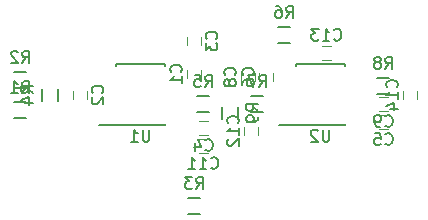
<source format=gbo>
G04 #@! TF.FileFunction,Legend,Bot*
%FSLAX46Y46*%
G04 Gerber Fmt 4.6, Leading zero omitted, Abs format (unit mm)*
G04 Created by KiCad (PCBNEW 4.0.7) date Thu May  3 16:22:41 2018*
%MOMM*%
%LPD*%
G01*
G04 APERTURE LIST*
%ADD10C,0.100000*%
%ADD11C,0.120000*%
%ADD12C,0.150000*%
G04 APERTURE END LIST*
D10*
D11*
X80172000Y-63912000D02*
X80172000Y-64612000D01*
X81372000Y-64612000D02*
X81372000Y-63912000D01*
X71720000Y-66390000D02*
X71720000Y-65690000D01*
X70520000Y-65690000D02*
X70520000Y-66390000D01*
X81372000Y-61818000D02*
X81372000Y-61118000D01*
X80172000Y-61118000D02*
X80172000Y-61818000D01*
X81184000Y-69434000D02*
X81884000Y-69434000D01*
X81884000Y-68234000D02*
X81184000Y-68234000D01*
X96424000Y-68926000D02*
X97124000Y-68926000D01*
X97124000Y-67726000D02*
X96424000Y-67726000D01*
X86268000Y-64166000D02*
X86268000Y-64866000D01*
X87468000Y-64866000D02*
X87468000Y-64166000D01*
X84744000Y-64166000D02*
X84744000Y-64866000D01*
X85944000Y-64866000D02*
X85944000Y-64166000D01*
X96424000Y-67402000D02*
X97124000Y-67402000D01*
X97124000Y-66202000D02*
X96424000Y-66202000D01*
X81184000Y-70958000D02*
X81884000Y-70958000D01*
X81884000Y-69758000D02*
X81184000Y-69758000D01*
X84998000Y-68738000D02*
X84998000Y-69438000D01*
X86198000Y-69438000D02*
X86198000Y-68738000D01*
X92298000Y-61884000D02*
X91598000Y-61884000D01*
X91598000Y-63084000D02*
X92298000Y-63084000D01*
X98460000Y-65690000D02*
X98460000Y-66390000D01*
X99660000Y-66390000D02*
X99660000Y-65690000D01*
D12*
X65540000Y-67985000D02*
X66540000Y-67985000D01*
X66540000Y-66635000D02*
X65540000Y-66635000D01*
X65540000Y-65445000D02*
X66540000Y-65445000D01*
X66540000Y-64095000D02*
X65540000Y-64095000D01*
X80272000Y-76113000D02*
X81272000Y-76113000D01*
X81272000Y-74763000D02*
X80272000Y-74763000D01*
X69255000Y-66540000D02*
X69255000Y-65540000D01*
X67905000Y-65540000D02*
X67905000Y-66540000D01*
X81034000Y-67477000D02*
X82034000Y-67477000D01*
X82034000Y-66127000D02*
X81034000Y-66127000D01*
X87892000Y-61635000D02*
X88892000Y-61635000D01*
X88892000Y-60285000D02*
X87892000Y-60285000D01*
X85606000Y-67477000D02*
X86606000Y-67477000D01*
X86606000Y-66127000D02*
X85606000Y-66127000D01*
X96274000Y-65953000D02*
X97274000Y-65953000D01*
X97274000Y-64603000D02*
X96274000Y-64603000D01*
X74125000Y-68615000D02*
X74125000Y-68565000D01*
X78275000Y-68615000D02*
X78275000Y-68470000D01*
X78275000Y-63465000D02*
X78275000Y-63610000D01*
X74125000Y-63465000D02*
X74125000Y-63610000D01*
X74125000Y-68615000D02*
X78275000Y-68615000D01*
X74125000Y-63465000D02*
X78275000Y-63465000D01*
X74125000Y-68565000D02*
X72725000Y-68565000D01*
X89365000Y-68615000D02*
X89365000Y-68565000D01*
X93515000Y-68615000D02*
X93515000Y-68470000D01*
X93515000Y-63465000D02*
X93515000Y-63610000D01*
X89365000Y-63465000D02*
X89365000Y-63610000D01*
X89365000Y-68615000D02*
X93515000Y-68615000D01*
X89365000Y-63465000D02*
X93515000Y-63465000D01*
X89365000Y-68565000D02*
X87965000Y-68565000D01*
X83145000Y-67064000D02*
X83145000Y-68064000D01*
X84495000Y-68064000D02*
X84495000Y-67064000D01*
X79629143Y-64095334D02*
X79676762Y-64047715D01*
X79724381Y-63904858D01*
X79724381Y-63809620D01*
X79676762Y-63666762D01*
X79581524Y-63571524D01*
X79486286Y-63523905D01*
X79295810Y-63476286D01*
X79152952Y-63476286D01*
X78962476Y-63523905D01*
X78867238Y-63571524D01*
X78772000Y-63666762D01*
X78724381Y-63809620D01*
X78724381Y-63904858D01*
X78772000Y-64047715D01*
X78819619Y-64095334D01*
X79724381Y-65047715D02*
X79724381Y-64476286D01*
X79724381Y-64762000D02*
X78724381Y-64762000D01*
X78867238Y-64666762D01*
X78962476Y-64571524D01*
X79010095Y-64476286D01*
X72977143Y-65873334D02*
X73024762Y-65825715D01*
X73072381Y-65682858D01*
X73072381Y-65587620D01*
X73024762Y-65444762D01*
X72929524Y-65349524D01*
X72834286Y-65301905D01*
X72643810Y-65254286D01*
X72500952Y-65254286D01*
X72310476Y-65301905D01*
X72215238Y-65349524D01*
X72120000Y-65444762D01*
X72072381Y-65587620D01*
X72072381Y-65682858D01*
X72120000Y-65825715D01*
X72167619Y-65873334D01*
X72167619Y-66254286D02*
X72120000Y-66301905D01*
X72072381Y-66397143D01*
X72072381Y-66635239D01*
X72120000Y-66730477D01*
X72167619Y-66778096D01*
X72262857Y-66825715D01*
X72358095Y-66825715D01*
X72500952Y-66778096D01*
X73072381Y-66206667D01*
X73072381Y-66825715D01*
X82629143Y-61301334D02*
X82676762Y-61253715D01*
X82724381Y-61110858D01*
X82724381Y-61015620D01*
X82676762Y-60872762D01*
X82581524Y-60777524D01*
X82486286Y-60729905D01*
X82295810Y-60682286D01*
X82152952Y-60682286D01*
X81962476Y-60729905D01*
X81867238Y-60777524D01*
X81772000Y-60872762D01*
X81724381Y-61015620D01*
X81724381Y-61110858D01*
X81772000Y-61253715D01*
X81819619Y-61301334D01*
X81724381Y-61634667D02*
X81724381Y-62253715D01*
X82105333Y-61920381D01*
X82105333Y-62063239D01*
X82152952Y-62158477D01*
X82200571Y-62206096D01*
X82295810Y-62253715D01*
X82533905Y-62253715D01*
X82629143Y-62206096D01*
X82676762Y-62158477D01*
X82724381Y-62063239D01*
X82724381Y-61777524D01*
X82676762Y-61682286D01*
X82629143Y-61634667D01*
X81700666Y-70691143D02*
X81748285Y-70738762D01*
X81891142Y-70786381D01*
X81986380Y-70786381D01*
X82129238Y-70738762D01*
X82224476Y-70643524D01*
X82272095Y-70548286D01*
X82319714Y-70357810D01*
X82319714Y-70214952D01*
X82272095Y-70024476D01*
X82224476Y-69929238D01*
X82129238Y-69834000D01*
X81986380Y-69786381D01*
X81891142Y-69786381D01*
X81748285Y-69834000D01*
X81700666Y-69881619D01*
X80843523Y-70119714D02*
X80843523Y-70786381D01*
X81081619Y-69738762D02*
X81319714Y-70453048D01*
X80700666Y-70453048D01*
X96940666Y-70183143D02*
X96988285Y-70230762D01*
X97131142Y-70278381D01*
X97226380Y-70278381D01*
X97369238Y-70230762D01*
X97464476Y-70135524D01*
X97512095Y-70040286D01*
X97559714Y-69849810D01*
X97559714Y-69706952D01*
X97512095Y-69516476D01*
X97464476Y-69421238D01*
X97369238Y-69326000D01*
X97226380Y-69278381D01*
X97131142Y-69278381D01*
X96988285Y-69326000D01*
X96940666Y-69373619D01*
X96035904Y-69278381D02*
X96512095Y-69278381D01*
X96559714Y-69754571D01*
X96512095Y-69706952D01*
X96416857Y-69659333D01*
X96178761Y-69659333D01*
X96083523Y-69706952D01*
X96035904Y-69754571D01*
X95988285Y-69849810D01*
X95988285Y-70087905D01*
X96035904Y-70183143D01*
X96083523Y-70230762D01*
X96178761Y-70278381D01*
X96416857Y-70278381D01*
X96512095Y-70230762D01*
X96559714Y-70183143D01*
X85725143Y-64349334D02*
X85772762Y-64301715D01*
X85820381Y-64158858D01*
X85820381Y-64063620D01*
X85772762Y-63920762D01*
X85677524Y-63825524D01*
X85582286Y-63777905D01*
X85391810Y-63730286D01*
X85248952Y-63730286D01*
X85058476Y-63777905D01*
X84963238Y-63825524D01*
X84868000Y-63920762D01*
X84820381Y-64063620D01*
X84820381Y-64158858D01*
X84868000Y-64301715D01*
X84915619Y-64349334D01*
X84820381Y-65206477D02*
X84820381Y-65016000D01*
X84868000Y-64920762D01*
X84915619Y-64873143D01*
X85058476Y-64777905D01*
X85248952Y-64730286D01*
X85629905Y-64730286D01*
X85725143Y-64777905D01*
X85772762Y-64825524D01*
X85820381Y-64920762D01*
X85820381Y-65111239D01*
X85772762Y-65206477D01*
X85725143Y-65254096D01*
X85629905Y-65301715D01*
X85391810Y-65301715D01*
X85296571Y-65254096D01*
X85248952Y-65206477D01*
X85201333Y-65111239D01*
X85201333Y-64920762D01*
X85248952Y-64825524D01*
X85296571Y-64777905D01*
X85391810Y-64730286D01*
X84201143Y-64349334D02*
X84248762Y-64301715D01*
X84296381Y-64158858D01*
X84296381Y-64063620D01*
X84248762Y-63920762D01*
X84153524Y-63825524D01*
X84058286Y-63777905D01*
X83867810Y-63730286D01*
X83724952Y-63730286D01*
X83534476Y-63777905D01*
X83439238Y-63825524D01*
X83344000Y-63920762D01*
X83296381Y-64063620D01*
X83296381Y-64158858D01*
X83344000Y-64301715D01*
X83391619Y-64349334D01*
X83724952Y-64920762D02*
X83677333Y-64825524D01*
X83629714Y-64777905D01*
X83534476Y-64730286D01*
X83486857Y-64730286D01*
X83391619Y-64777905D01*
X83344000Y-64825524D01*
X83296381Y-64920762D01*
X83296381Y-65111239D01*
X83344000Y-65206477D01*
X83391619Y-65254096D01*
X83486857Y-65301715D01*
X83534476Y-65301715D01*
X83629714Y-65254096D01*
X83677333Y-65206477D01*
X83724952Y-65111239D01*
X83724952Y-64920762D01*
X83772571Y-64825524D01*
X83820190Y-64777905D01*
X83915429Y-64730286D01*
X84105905Y-64730286D01*
X84201143Y-64777905D01*
X84248762Y-64825524D01*
X84296381Y-64920762D01*
X84296381Y-65111239D01*
X84248762Y-65206477D01*
X84201143Y-65254096D01*
X84105905Y-65301715D01*
X83915429Y-65301715D01*
X83820190Y-65254096D01*
X83772571Y-65206477D01*
X83724952Y-65111239D01*
X96940666Y-68659143D02*
X96988285Y-68706762D01*
X97131142Y-68754381D01*
X97226380Y-68754381D01*
X97369238Y-68706762D01*
X97464476Y-68611524D01*
X97512095Y-68516286D01*
X97559714Y-68325810D01*
X97559714Y-68182952D01*
X97512095Y-67992476D01*
X97464476Y-67897238D01*
X97369238Y-67802000D01*
X97226380Y-67754381D01*
X97131142Y-67754381D01*
X96988285Y-67802000D01*
X96940666Y-67849619D01*
X96464476Y-68754381D02*
X96274000Y-68754381D01*
X96178761Y-68706762D01*
X96131142Y-68659143D01*
X96035904Y-68516286D01*
X95988285Y-68325810D01*
X95988285Y-67944857D01*
X96035904Y-67849619D01*
X96083523Y-67802000D01*
X96178761Y-67754381D01*
X96369238Y-67754381D01*
X96464476Y-67802000D01*
X96512095Y-67849619D01*
X96559714Y-67944857D01*
X96559714Y-68182952D01*
X96512095Y-68278190D01*
X96464476Y-68325810D01*
X96369238Y-68373429D01*
X96178761Y-68373429D01*
X96083523Y-68325810D01*
X96035904Y-68278190D01*
X95988285Y-68182952D01*
X82176857Y-72215143D02*
X82224476Y-72262762D01*
X82367333Y-72310381D01*
X82462571Y-72310381D01*
X82605429Y-72262762D01*
X82700667Y-72167524D01*
X82748286Y-72072286D01*
X82795905Y-71881810D01*
X82795905Y-71738952D01*
X82748286Y-71548476D01*
X82700667Y-71453238D01*
X82605429Y-71358000D01*
X82462571Y-71310381D01*
X82367333Y-71310381D01*
X82224476Y-71358000D01*
X82176857Y-71405619D01*
X81224476Y-72310381D02*
X81795905Y-72310381D01*
X81510191Y-72310381D02*
X81510191Y-71310381D01*
X81605429Y-71453238D01*
X81700667Y-71548476D01*
X81795905Y-71596095D01*
X80272095Y-72310381D02*
X80843524Y-72310381D01*
X80557810Y-72310381D02*
X80557810Y-71310381D01*
X80653048Y-71453238D01*
X80748286Y-71548476D01*
X80843524Y-71596095D01*
X84455143Y-68445143D02*
X84502762Y-68397524D01*
X84550381Y-68254667D01*
X84550381Y-68159429D01*
X84502762Y-68016571D01*
X84407524Y-67921333D01*
X84312286Y-67873714D01*
X84121810Y-67826095D01*
X83978952Y-67826095D01*
X83788476Y-67873714D01*
X83693238Y-67921333D01*
X83598000Y-68016571D01*
X83550381Y-68159429D01*
X83550381Y-68254667D01*
X83598000Y-68397524D01*
X83645619Y-68445143D01*
X84550381Y-69397524D02*
X84550381Y-68826095D01*
X84550381Y-69111809D02*
X83550381Y-69111809D01*
X83693238Y-69016571D01*
X83788476Y-68921333D01*
X83836095Y-68826095D01*
X83645619Y-69778476D02*
X83598000Y-69826095D01*
X83550381Y-69921333D01*
X83550381Y-70159429D01*
X83598000Y-70254667D01*
X83645619Y-70302286D01*
X83740857Y-70349905D01*
X83836095Y-70349905D01*
X83978952Y-70302286D01*
X84550381Y-69730857D01*
X84550381Y-70349905D01*
X92590857Y-61341143D02*
X92638476Y-61388762D01*
X92781333Y-61436381D01*
X92876571Y-61436381D01*
X93019429Y-61388762D01*
X93114667Y-61293524D01*
X93162286Y-61198286D01*
X93209905Y-61007810D01*
X93209905Y-60864952D01*
X93162286Y-60674476D01*
X93114667Y-60579238D01*
X93019429Y-60484000D01*
X92876571Y-60436381D01*
X92781333Y-60436381D01*
X92638476Y-60484000D01*
X92590857Y-60531619D01*
X91638476Y-61436381D02*
X92209905Y-61436381D01*
X91924191Y-61436381D02*
X91924191Y-60436381D01*
X92019429Y-60579238D01*
X92114667Y-60674476D01*
X92209905Y-60722095D01*
X91305143Y-60436381D02*
X90686095Y-60436381D01*
X91019429Y-60817333D01*
X90876571Y-60817333D01*
X90781333Y-60864952D01*
X90733714Y-60912571D01*
X90686095Y-61007810D01*
X90686095Y-61245905D01*
X90733714Y-61341143D01*
X90781333Y-61388762D01*
X90876571Y-61436381D01*
X91162286Y-61436381D01*
X91257524Y-61388762D01*
X91305143Y-61341143D01*
X97917143Y-65397143D02*
X97964762Y-65349524D01*
X98012381Y-65206667D01*
X98012381Y-65111429D01*
X97964762Y-64968571D01*
X97869524Y-64873333D01*
X97774286Y-64825714D01*
X97583810Y-64778095D01*
X97440952Y-64778095D01*
X97250476Y-64825714D01*
X97155238Y-64873333D01*
X97060000Y-64968571D01*
X97012381Y-65111429D01*
X97012381Y-65206667D01*
X97060000Y-65349524D01*
X97107619Y-65397143D01*
X98012381Y-66349524D02*
X98012381Y-65778095D01*
X98012381Y-66063809D02*
X97012381Y-66063809D01*
X97155238Y-65968571D01*
X97250476Y-65873333D01*
X97298095Y-65778095D01*
X97345714Y-67206667D02*
X98012381Y-67206667D01*
X96964762Y-66968571D02*
X97679048Y-66730476D01*
X97679048Y-67349524D01*
X66206666Y-65862381D02*
X66540000Y-65386190D01*
X66778095Y-65862381D02*
X66778095Y-64862381D01*
X66397142Y-64862381D01*
X66301904Y-64910000D01*
X66254285Y-64957619D01*
X66206666Y-65052857D01*
X66206666Y-65195714D01*
X66254285Y-65290952D01*
X66301904Y-65338571D01*
X66397142Y-65386190D01*
X66778095Y-65386190D01*
X65254285Y-65862381D02*
X65825714Y-65862381D01*
X65540000Y-65862381D02*
X65540000Y-64862381D01*
X65635238Y-65005238D01*
X65730476Y-65100476D01*
X65825714Y-65148095D01*
X66206666Y-63322381D02*
X66540000Y-62846190D01*
X66778095Y-63322381D02*
X66778095Y-62322381D01*
X66397142Y-62322381D01*
X66301904Y-62370000D01*
X66254285Y-62417619D01*
X66206666Y-62512857D01*
X66206666Y-62655714D01*
X66254285Y-62750952D01*
X66301904Y-62798571D01*
X66397142Y-62846190D01*
X66778095Y-62846190D01*
X65825714Y-62417619D02*
X65778095Y-62370000D01*
X65682857Y-62322381D01*
X65444761Y-62322381D01*
X65349523Y-62370000D01*
X65301904Y-62417619D01*
X65254285Y-62512857D01*
X65254285Y-62608095D01*
X65301904Y-62750952D01*
X65873333Y-63322381D01*
X65254285Y-63322381D01*
X80938666Y-73990381D02*
X81272000Y-73514190D01*
X81510095Y-73990381D02*
X81510095Y-72990381D01*
X81129142Y-72990381D01*
X81033904Y-73038000D01*
X80986285Y-73085619D01*
X80938666Y-73180857D01*
X80938666Y-73323714D01*
X80986285Y-73418952D01*
X81033904Y-73466571D01*
X81129142Y-73514190D01*
X81510095Y-73514190D01*
X80605333Y-72990381D02*
X79986285Y-72990381D01*
X80319619Y-73371333D01*
X80176761Y-73371333D01*
X80081523Y-73418952D01*
X80033904Y-73466571D01*
X79986285Y-73561810D01*
X79986285Y-73799905D01*
X80033904Y-73895143D01*
X80081523Y-73942762D01*
X80176761Y-73990381D01*
X80462476Y-73990381D01*
X80557714Y-73942762D01*
X80605333Y-73895143D01*
X67132381Y-65873334D02*
X66656190Y-65540000D01*
X67132381Y-65301905D02*
X66132381Y-65301905D01*
X66132381Y-65682858D01*
X66180000Y-65778096D01*
X66227619Y-65825715D01*
X66322857Y-65873334D01*
X66465714Y-65873334D01*
X66560952Y-65825715D01*
X66608571Y-65778096D01*
X66656190Y-65682858D01*
X66656190Y-65301905D01*
X66465714Y-66730477D02*
X67132381Y-66730477D01*
X66084762Y-66492381D02*
X66799048Y-66254286D01*
X66799048Y-66873334D01*
X81700666Y-65354381D02*
X82034000Y-64878190D01*
X82272095Y-65354381D02*
X82272095Y-64354381D01*
X81891142Y-64354381D01*
X81795904Y-64402000D01*
X81748285Y-64449619D01*
X81700666Y-64544857D01*
X81700666Y-64687714D01*
X81748285Y-64782952D01*
X81795904Y-64830571D01*
X81891142Y-64878190D01*
X82272095Y-64878190D01*
X80795904Y-64354381D02*
X81272095Y-64354381D01*
X81319714Y-64830571D01*
X81272095Y-64782952D01*
X81176857Y-64735333D01*
X80938761Y-64735333D01*
X80843523Y-64782952D01*
X80795904Y-64830571D01*
X80748285Y-64925810D01*
X80748285Y-65163905D01*
X80795904Y-65259143D01*
X80843523Y-65306762D01*
X80938761Y-65354381D01*
X81176857Y-65354381D01*
X81272095Y-65306762D01*
X81319714Y-65259143D01*
X88558666Y-59512381D02*
X88892000Y-59036190D01*
X89130095Y-59512381D02*
X89130095Y-58512381D01*
X88749142Y-58512381D01*
X88653904Y-58560000D01*
X88606285Y-58607619D01*
X88558666Y-58702857D01*
X88558666Y-58845714D01*
X88606285Y-58940952D01*
X88653904Y-58988571D01*
X88749142Y-59036190D01*
X89130095Y-59036190D01*
X87701523Y-58512381D02*
X87892000Y-58512381D01*
X87987238Y-58560000D01*
X88034857Y-58607619D01*
X88130095Y-58750476D01*
X88177714Y-58940952D01*
X88177714Y-59321905D01*
X88130095Y-59417143D01*
X88082476Y-59464762D01*
X87987238Y-59512381D01*
X87796761Y-59512381D01*
X87701523Y-59464762D01*
X87653904Y-59417143D01*
X87606285Y-59321905D01*
X87606285Y-59083810D01*
X87653904Y-58988571D01*
X87701523Y-58940952D01*
X87796761Y-58893333D01*
X87987238Y-58893333D01*
X88082476Y-58940952D01*
X88130095Y-58988571D01*
X88177714Y-59083810D01*
X86272666Y-65354381D02*
X86606000Y-64878190D01*
X86844095Y-65354381D02*
X86844095Y-64354381D01*
X86463142Y-64354381D01*
X86367904Y-64402000D01*
X86320285Y-64449619D01*
X86272666Y-64544857D01*
X86272666Y-64687714D01*
X86320285Y-64782952D01*
X86367904Y-64830571D01*
X86463142Y-64878190D01*
X86844095Y-64878190D01*
X85939333Y-64354381D02*
X85272666Y-64354381D01*
X85701238Y-65354381D01*
X96940666Y-63830381D02*
X97274000Y-63354190D01*
X97512095Y-63830381D02*
X97512095Y-62830381D01*
X97131142Y-62830381D01*
X97035904Y-62878000D01*
X96988285Y-62925619D01*
X96940666Y-63020857D01*
X96940666Y-63163714D01*
X96988285Y-63258952D01*
X97035904Y-63306571D01*
X97131142Y-63354190D01*
X97512095Y-63354190D01*
X96369238Y-63258952D02*
X96464476Y-63211333D01*
X96512095Y-63163714D01*
X96559714Y-63068476D01*
X96559714Y-63020857D01*
X96512095Y-62925619D01*
X96464476Y-62878000D01*
X96369238Y-62830381D01*
X96178761Y-62830381D01*
X96083523Y-62878000D01*
X96035904Y-62925619D01*
X95988285Y-63020857D01*
X95988285Y-63068476D01*
X96035904Y-63163714D01*
X96083523Y-63211333D01*
X96178761Y-63258952D01*
X96369238Y-63258952D01*
X96464476Y-63306571D01*
X96512095Y-63354190D01*
X96559714Y-63449429D01*
X96559714Y-63639905D01*
X96512095Y-63735143D01*
X96464476Y-63782762D01*
X96369238Y-63830381D01*
X96178761Y-63830381D01*
X96083523Y-63782762D01*
X96035904Y-63735143D01*
X95988285Y-63639905D01*
X95988285Y-63449429D01*
X96035904Y-63354190D01*
X96083523Y-63306571D01*
X96178761Y-63258952D01*
X76961905Y-68992381D02*
X76961905Y-69801905D01*
X76914286Y-69897143D01*
X76866667Y-69944762D01*
X76771429Y-69992381D01*
X76580952Y-69992381D01*
X76485714Y-69944762D01*
X76438095Y-69897143D01*
X76390476Y-69801905D01*
X76390476Y-68992381D01*
X75390476Y-69992381D02*
X75961905Y-69992381D01*
X75676191Y-69992381D02*
X75676191Y-68992381D01*
X75771429Y-69135238D01*
X75866667Y-69230476D01*
X75961905Y-69278095D01*
X92201905Y-68992381D02*
X92201905Y-69801905D01*
X92154286Y-69897143D01*
X92106667Y-69944762D01*
X92011429Y-69992381D01*
X91820952Y-69992381D01*
X91725714Y-69944762D01*
X91678095Y-69897143D01*
X91630476Y-69801905D01*
X91630476Y-68992381D01*
X91201905Y-69087619D02*
X91154286Y-69040000D01*
X91059048Y-68992381D01*
X90820952Y-68992381D01*
X90725714Y-69040000D01*
X90678095Y-69087619D01*
X90630476Y-69182857D01*
X90630476Y-69278095D01*
X90678095Y-69420952D01*
X91249524Y-69992381D01*
X90630476Y-69992381D01*
X86172381Y-67397334D02*
X85696190Y-67064000D01*
X86172381Y-66825905D02*
X85172381Y-66825905D01*
X85172381Y-67206858D01*
X85220000Y-67302096D01*
X85267619Y-67349715D01*
X85362857Y-67397334D01*
X85505714Y-67397334D01*
X85600952Y-67349715D01*
X85648571Y-67302096D01*
X85696190Y-67206858D01*
X85696190Y-66825905D01*
X86172381Y-67873524D02*
X86172381Y-68064000D01*
X86124762Y-68159239D01*
X86077143Y-68206858D01*
X85934286Y-68302096D01*
X85743810Y-68349715D01*
X85362857Y-68349715D01*
X85267619Y-68302096D01*
X85220000Y-68254477D01*
X85172381Y-68159239D01*
X85172381Y-67968762D01*
X85220000Y-67873524D01*
X85267619Y-67825905D01*
X85362857Y-67778286D01*
X85600952Y-67778286D01*
X85696190Y-67825905D01*
X85743810Y-67873524D01*
X85791429Y-67968762D01*
X85791429Y-68159239D01*
X85743810Y-68254477D01*
X85696190Y-68302096D01*
X85600952Y-68349715D01*
M02*

</source>
